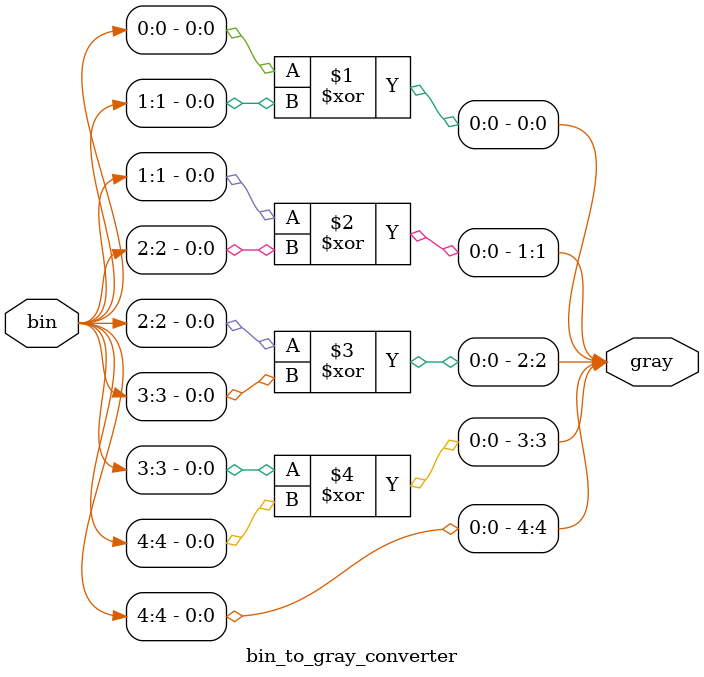
<source format=v>
`timescale 1ns / 1ps


module bin_to_gray_converter #(parameter N=4)
(
input [N:0] bin,
output [N:0] gray
);
genvar i;
generate 
for (i=0;i<N;i=i+1) begin
    assign gray[i] = bin[i] ^ bin[i+1];
end 
endgenerate

assign gray[N] = bin[N];
endmodule

</source>
